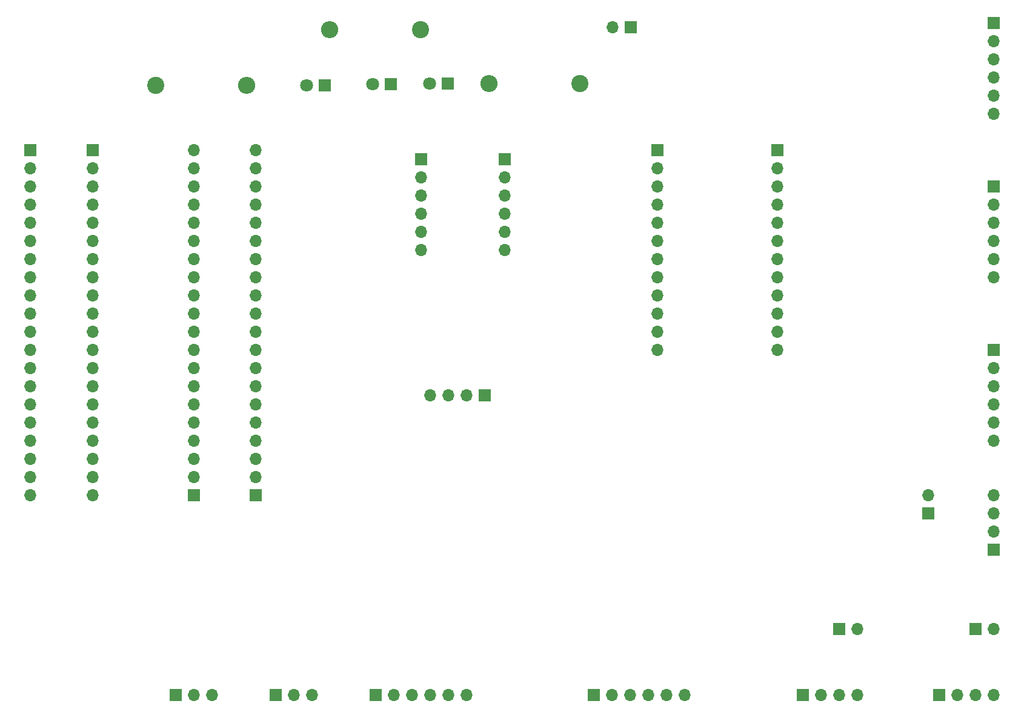
<source format=gbr>
%TF.GenerationSoftware,KiCad,Pcbnew,(5.1.9)-1*%
%TF.CreationDate,2021-08-03T11:56:42-05:00*%
%TF.ProjectId,prototipo_2,70726f74-6f74-4697-906f-5f322e6b6963,rev?*%
%TF.SameCoordinates,Original*%
%TF.FileFunction,Soldermask,Top*%
%TF.FilePolarity,Negative*%
%FSLAX46Y46*%
G04 Gerber Fmt 4.6, Leading zero omitted, Abs format (unit mm)*
G04 Created by KiCad (PCBNEW (5.1.9)-1) date 2021-08-03 11:56:42*
%MOMM*%
%LPD*%
G01*
G04 APERTURE LIST*
%ADD10O,1.700000X1.700000*%
%ADD11R,1.700000X1.700000*%
%ADD12O,2.400000X2.400000*%
%ADD13C,2.400000*%
%ADD14C,1.800000*%
%ADD15R,1.800000X1.800000*%
G04 APERTURE END LIST*
D10*
%TO.C,Mux_izq1*%
X165100000Y-97790000D03*
X165100000Y-95250000D03*
X165100000Y-92710000D03*
X165100000Y-90170000D03*
X165100000Y-87630000D03*
X165100000Y-85090000D03*
X165100000Y-82550000D03*
X165100000Y-80010000D03*
X165100000Y-77470000D03*
X165100000Y-74930000D03*
X165100000Y-72390000D03*
D11*
X165100000Y-69850000D03*
%TD*%
D10*
%TO.C,ALIMENTACION1*%
X158851600Y-52666900D03*
D11*
X161391600Y-52666900D03*
%TD*%
D10*
%TO.C,Widora_izq1*%
X86160000Y-118110000D03*
X86160000Y-115570000D03*
X86160000Y-113030000D03*
X86160000Y-110490000D03*
X86160000Y-107950000D03*
X86160000Y-105410000D03*
X86160000Y-102870000D03*
X86160000Y-100330000D03*
X86160000Y-97790000D03*
X86160000Y-95250000D03*
X86160000Y-92710000D03*
X86160000Y-90170000D03*
X86160000Y-87630000D03*
X86160000Y-85090000D03*
X86160000Y-82550000D03*
X86160000Y-80010000D03*
X86160000Y-77470000D03*
X86160000Y-74930000D03*
X86160000Y-72390000D03*
D11*
X86160000Y-69850000D03*
%TD*%
D10*
%TO.C,Widora_der1*%
X108970000Y-69850000D03*
X108970000Y-72390000D03*
X108970000Y-74930000D03*
X108970000Y-77470000D03*
X108970000Y-80010000D03*
X108970000Y-82550000D03*
X108970000Y-85090000D03*
X108970000Y-87630000D03*
X108970000Y-90170000D03*
X108970000Y-92710000D03*
X108970000Y-95250000D03*
X108970000Y-97790000D03*
X108970000Y-100330000D03*
X108970000Y-102870000D03*
X108970000Y-105410000D03*
X108970000Y-107950000D03*
X108970000Y-110490000D03*
X108970000Y-113030000D03*
X108970000Y-115570000D03*
D11*
X108970000Y-118110000D03*
%TD*%
D10*
%TO.C,Widora_aux_izq1*%
X77470000Y-118110000D03*
X77470000Y-115570000D03*
X77470000Y-113030000D03*
X77470000Y-110490000D03*
X77470000Y-107950000D03*
X77470000Y-105410000D03*
X77470000Y-102870000D03*
X77470000Y-100330000D03*
X77470000Y-97790000D03*
X77470000Y-95250000D03*
X77470000Y-92710000D03*
X77470000Y-90170000D03*
X77470000Y-87630000D03*
X77470000Y-85090000D03*
X77470000Y-82550000D03*
X77470000Y-80010000D03*
X77470000Y-77470000D03*
X77470000Y-74930000D03*
X77470000Y-72390000D03*
D11*
X77470000Y-69850000D03*
%TD*%
D10*
%TO.C,Widora_aux_der1*%
X100280000Y-69850000D03*
X100280000Y-72390000D03*
X100280000Y-74930000D03*
X100280000Y-77470000D03*
X100280000Y-80010000D03*
X100280000Y-82550000D03*
X100280000Y-85090000D03*
X100280000Y-87630000D03*
X100280000Y-90170000D03*
X100280000Y-92710000D03*
X100280000Y-95250000D03*
X100280000Y-97790000D03*
X100280000Y-100330000D03*
X100280000Y-102870000D03*
X100280000Y-105410000D03*
X100280000Y-107950000D03*
X100280000Y-110490000D03*
X100280000Y-113030000D03*
X100280000Y-115570000D03*
D11*
X100280000Y-118110000D03*
%TD*%
D10*
%TO.C,Vel_traser1*%
X116840000Y-146050000D03*
X114300000Y-146050000D03*
D11*
X111760000Y-146050000D03*
%TD*%
D10*
%TO.C,Vel_delant1*%
X102870000Y-146050000D03*
X100330000Y-146050000D03*
D11*
X97790000Y-146050000D03*
%TD*%
D12*
%TO.C,R3*%
X141566900Y-60553600D03*
D13*
X154266900Y-60553600D03*
%TD*%
D12*
%TO.C,R2*%
X119240300Y-53060600D03*
D13*
X131940300Y-53060600D03*
%TD*%
D12*
%TO.C,R1*%
X107657900Y-60782200D03*
D13*
X94957900Y-60782200D03*
%TD*%
D10*
%TO.C,Mux_der1*%
X181880000Y-97790000D03*
X181880000Y-95250000D03*
X181880000Y-92710000D03*
X181880000Y-90170000D03*
X181880000Y-87630000D03*
X181880000Y-85090000D03*
X181880000Y-82550000D03*
X181880000Y-80010000D03*
X181880000Y-77470000D03*
X181880000Y-74930000D03*
X181880000Y-72390000D03*
D11*
X181880000Y-69850000D03*
%TD*%
D10*
%TO.C,Laser_amort_izq1*%
X193040000Y-146050000D03*
X190500000Y-146050000D03*
X187960000Y-146050000D03*
D11*
X185420000Y-146050000D03*
%TD*%
D10*
%TO.C,Laser_amort_der1*%
X212090000Y-118110000D03*
X212090000Y-120650000D03*
X212090000Y-123190000D03*
D11*
X212090000Y-125730000D03*
%TD*%
D10*
%TO.C,Laser_amor_delant1*%
X212090000Y-146050000D03*
X209550000Y-146050000D03*
X207010000Y-146050000D03*
D11*
X204470000Y-146050000D03*
%TD*%
D10*
%TO.C,J14*%
X202880000Y-118110000D03*
D11*
X202880000Y-120650000D03*
%TD*%
D10*
%TO.C,J13*%
X193040000Y-136840000D03*
D11*
X190500000Y-136840000D03*
%TD*%
D10*
%TO.C,J12*%
X212090000Y-136840000D03*
D11*
X209550000Y-136840000D03*
%TD*%
D10*
%TO.C,IMU4*%
X212090000Y-110490000D03*
X212090000Y-107950000D03*
X212090000Y-105410000D03*
X212090000Y-102870000D03*
X212090000Y-100330000D03*
D11*
X212090000Y-97790000D03*
%TD*%
D10*
%TO.C,IMU3*%
X212090000Y-87630000D03*
X212090000Y-85090000D03*
X212090000Y-82550000D03*
X212090000Y-80010000D03*
X212090000Y-77470000D03*
D11*
X212090000Y-74930000D03*
%TD*%
D10*
%TO.C,IMU2*%
X212090000Y-64770000D03*
X212090000Y-62230000D03*
X212090000Y-59690000D03*
X212090000Y-57150000D03*
X212090000Y-54610000D03*
D11*
X212090000Y-52070000D03*
%TD*%
D10*
%TO.C,IMU1*%
X168910000Y-146050000D03*
X166370000Y-146050000D03*
X163830000Y-146050000D03*
X161290000Y-146050000D03*
X158750000Y-146050000D03*
D11*
X156210000Y-146050000D03*
%TD*%
D10*
%TO.C,IMU0*%
X138430000Y-146050000D03*
X135890000Y-146050000D03*
X133350000Y-146050000D03*
X130810000Y-146050000D03*
X128270000Y-146050000D03*
D11*
X125730000Y-146050000D03*
%TD*%
%TO.C,GPS1*%
X140970000Y-104140000D03*
D10*
X138430000Y-104140000D03*
X135890000Y-104140000D03*
X133350000Y-104140000D03*
%TD*%
D14*
%TO.C,D3*%
X133248400Y-60553600D03*
D15*
X135788400Y-60553600D03*
%TD*%
D14*
%TO.C,D2*%
X125272800Y-60617100D03*
D15*
X127812800Y-60617100D03*
%TD*%
D14*
%TO.C,D1*%
X116027200Y-60794900D03*
D15*
X118567200Y-60794900D03*
%TD*%
D10*
%TO.C,Conv_lvl_izq1*%
X132080000Y-83820000D03*
X132080000Y-81280000D03*
X132080000Y-78740000D03*
X132080000Y-76200000D03*
X132080000Y-73660000D03*
D11*
X132080000Y-71120000D03*
%TD*%
D10*
%TO.C,Conv_lvl_der1*%
X143780000Y-83820000D03*
X143780000Y-81280000D03*
X143780000Y-78740000D03*
X143780000Y-76200000D03*
X143780000Y-73660000D03*
D11*
X143780000Y-71120000D03*
%TD*%
M02*

</source>
